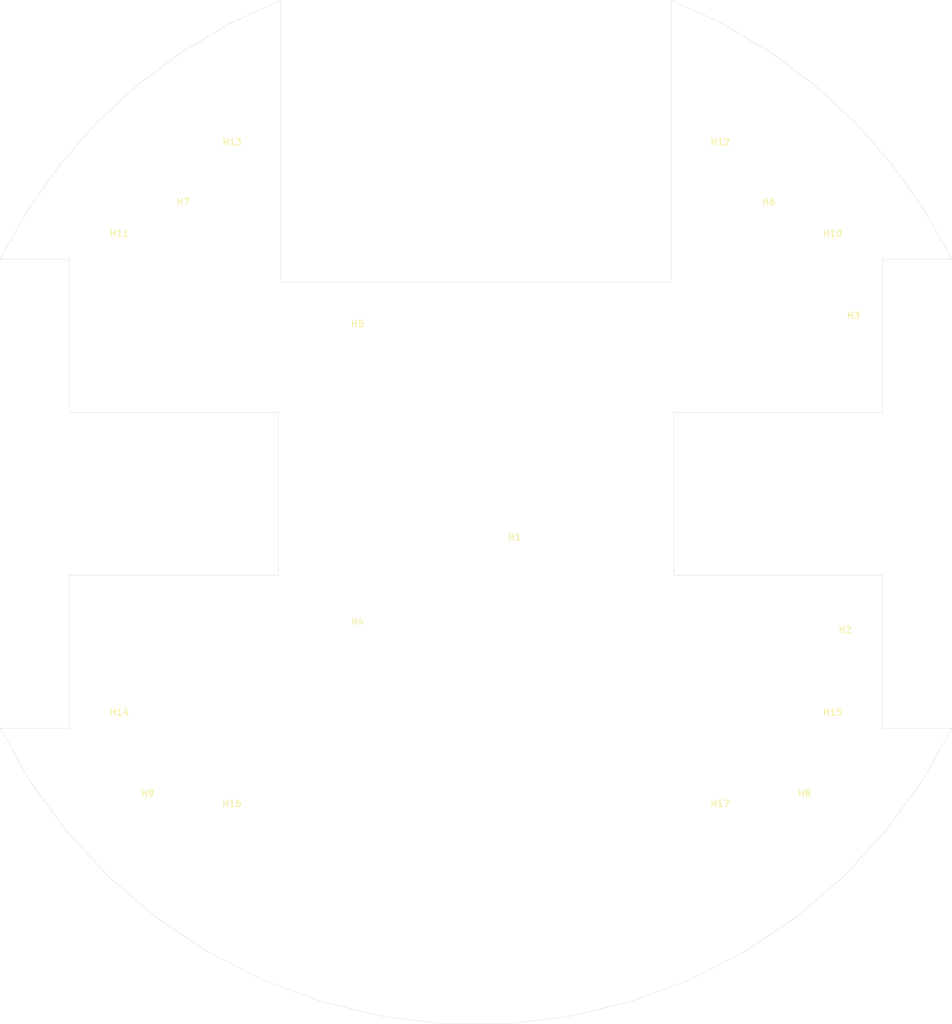
<source format=kicad_pcb>
(kicad_pcb (version 20221018) (generator pcbnew)
  (title_block (title "HR2 Master Board") (date "2020-03-11") (rev "Rev. A") (company "HBRC ROS Robot (HR2) Platform"))
  (layers (0 "F.Cu" signal) (31 "B.Cu" signal) (34 "B.Paste" user) (35 "F.Paste" user) (36 "B.SilkS" user "B.Silkscreen") (37 "F.SilkS" user "F.Silkscreen") (38 "B.Mask" user) (39 "F.Mask" user) (44 "Edge.Cuts" user))
  (net 0 "")
  (footprint "MountingHole:MountingHole_2.2mm_M2" (layer "F.Cu") (at 105.9285 109.8658)
    (fp_text reference "H1" (at 0 -3.2) (layer "F.SilkS"))
    (fp_text value "MountingHole")
    (pad "" np_thru_hole circle (at 0 0) (size 2.2 2.2) (drill 2.2) (layers "*.Cu" "*.Mask"))
  )
  (footprint "MountingHole:MountingHole_3.2mm_M3" (layer "F.Cu") (at 156.7285 125.1058)
    (fp_text reference "H2" (at 0 -4.2) (layer "F.SilkS"))
    (fp_text value "MountingHole")
    (pad "" np_thru_hole circle (at 0 0) (size 3.2 3.2) (drill 3.2) (layers "*.Cu" "*.Mask"))
  )
  (footprint "MountingHole:MountingHole_3.2mm_M3" (layer "F.Cu") (at 157.9985 76.8458)
    (fp_text reference "H3" (at 0 -4.2) (layer "F.SilkS"))
    (fp_text value "MountingHole")
    (pad "" np_thru_hole circle (at 0 0) (size 3.2 3.2) (drill 3.2) (layers "*.Cu" "*.Mask"))
  )
  (footprint "MountingHole:MountingHole_3.2mm_M3" (layer "F.Cu") (at 81.7985 123.8358)
    (fp_text reference "H4" (at 0 -4.2) (layer "F.SilkS"))
    (fp_text value "MountingHole")
    (pad "" np_thru_hole circle (at 0 0) (size 3.2 3.2) (drill 3.2) (layers "*.Cu" "*.Mask"))
  )
  (footprint "MountingHole:MountingHole_3.2mm_M3" (layer "F.Cu") (at 81.7985 78.1158)
    (fp_text reference "H5" (at 0 -4.2) (layer "F.SilkS"))
    (fp_text value "MountingHole")
    (pad "" np_thru_hole circle (at 0 0) (size 3.2 3.2) (drill 3.2) (layers "*.Cu" "*.Mask"))
  )
  (footprint "MountingHole:MountingHole_2.2mm_M2" (layer "F.Cu") (at 145 58.400198)
    (fp_text reference "H6" (at 0 -3.2) (layer "F.SilkS"))
    (fp_text value "MountingHole")
    (pad "" np_thru_hole circle (at 0 0) (size 2.2 2.2) (drill 2.2) (layers "*.Cu" "*.Mask"))
  )
  (footprint "MountingHole:MountingHole_2.2mm_M2" (layer "F.Cu") (at 55 58.400198)
    (fp_text reference "H7" (at 0 -3.2) (layer "F.SilkS"))
    (fp_text value "MountingHole")
    (pad "" np_thru_hole circle (at 0 0) (size 2.2 2.2) (drill 2.2) (layers "*.Cu" "*.Mask"))
  )
  (footprint "MountingHole:MountingHole_2.2mm_M2" (layer "F.Cu") (at 150.480565 149.239182)
    (fp_text reference "H8" (at 0 -3.2) (layer "F.SilkS"))
    (fp_text value "MountingHole")
    (pad "" np_thru_hole circle (at 0 0) (size 2.2 2.2) (drill 2.2) (layers "*.Cu" "*.Mask"))
  )
  (footprint "MountingHole:MountingHole_2.2mm_M2" (layer "F.Cu") (at 49.519435 149.239182)
    (fp_text reference "H9" (at 0 -3.2) (layer "F.SilkS"))
    (fp_text value "MountingHole")
    (pad "" np_thru_hole circle (at 0 0) (size 2.2 2.2) (drill 2.2) (layers "*.Cu" "*.Mask"))
  )
  (footprint "MountingHole:MountingHole_2.2mm_M2" (layer "F.Cu") (at 154.803954 63.258201)
    (fp_text reference "H10" (at 0 -3.2) (layer "F.SilkS"))
    (fp_text value "MountingHole")
    (pad "" np_thru_hole circle (at 0 0) (size 2.2 2.2) (drill 2.2) (layers "*.Cu" "*.Mask"))
  )
  (footprint "MountingHole:MountingHole_2.2mm_M2" (layer "F.Cu") (at 45.196046 63.258201)
    (fp_text reference "H11" (at 0 -3.2) (layer "F.SilkS"))
    (fp_text value "MountingHole")
    (pad "" np_thru_hole circle (at 0 0) (size 2.2 2.2) (drill 2.2) (layers "*.Cu" "*.Mask"))
  )
  (footprint "MountingHole:MountingHole_2.2mm_M2" (layer "F.Cu") (at 137.50888 49.225)
    (fp_text reference "H12" (at 0 -3.2) (layer "F.SilkS"))
    (fp_text value "MountingHole")
    (pad "" np_thru_hole circle (at 0 0) (size 2.2 2.2) (drill 2.2) (layers "*.Cu" "*.Mask"))
  )
  (footprint "MountingHole:MountingHole_2.2mm_M2" (layer "F.Cu") (at 62.50888 49.225)
    (fp_text reference "H13" (at 0 -3.2) (layer "F.SilkS"))
    (fp_text value "MountingHole")
    (pad "" np_thru_hole circle (at 0 0) (size 2.2 2.2) (drill 2.2) (layers "*.Cu" "*.Mask"))
  )
  (footprint "MountingHole:MountingHole_2.2mm_M2" (layer "F.Cu") (at 45.196046 136.741799)
    (fp_text reference "H14" (at 0 -3.2) (layer "F.SilkS"))
    (fp_text value "MountingHole")
    (pad "" np_thru_hole circle (at 0 0) (size 2.2 2.2) (drill 2.2) (layers "*.Cu" "*.Mask"))
  )
  (footprint "MountingHole:MountingHole_2.2mm_M2" (layer "F.Cu") (at 154.803954 136.741799)
    (fp_text reference "H15" (at 0 -3.2) (layer "F.SilkS"))
    (fp_text value "MountingHole")
    (pad "" np_thru_hole circle (at 0 0) (size 2.2 2.2) (drill 2.2) (layers "*.Cu" "*.Mask"))
  )
  (footprint "MountingHole:MountingHole_2.2mm_M2" (layer "F.Cu") (at 62.49112 150.775)
    (fp_text reference "H16" (at 0 -3.2) (layer "F.SilkS"))
    (fp_text value "MountingHole")
    (pad "" np_thru_hole circle (at 0 0) (size 2.2 2.2) (drill 2.2) (layers "*.Cu" "*.Mask"))
  )
  (footprint "MountingHole:MountingHole_2.2mm_M2" (layer "F.Cu") (at 137.49112 150.775)
    (fp_text reference "H17" (at 0 -3.2) (layer "F.SilkS"))
    (fp_text value "MountingHole")
    (pad "" np_thru_hole circle (at 0 0) (size 2.2 2.2) (drill 2.2) (layers "*.Cu" "*.Mask"))
  )
  (gr_line (start 67.50159 174.740239) (end 76.463093 178.027329) (stroke (width 0.05)) (layer "Edge.Cuts"))
  (gr_line (start 152.036574 37.274845) (end 145.163137 32.15797) (stroke (width 0.05)) (layer "Edge.Cuts"))
  (gr_line (start 54.836863 32.15797) (end 47.963426 37.274845) (stroke (width 0.05)) (layer "Edge.Cuts"))
  (gr_line (start 37.55984 64) (end 37.55984 87.500291) (stroke (width 0.05)) (layer "Edge.Cuts"))
  (gr_line (start 132.49841 174.740239) (end 141.014124 170.427918) (stroke (width 0.05)) (layer "Edge.Cuts"))
  (gr_line (start 173.118055 136) (end 162.440033 136) (stroke (width 0.05)) (layer "Edge.Cuts"))
  (gr_line (start 162.440033 112.50009) (end 130.369941 112.50009) (stroke (width 0.05)) (layer "Edge.Cuts"))
  (gr_line (start 51.032763 165.149518) (end 58.985876 170.427918) (stroke (width 0.05)) (layer "Edge.Cuts"))
  (gr_line (start 114.252541 180.244097) (end 123.536907 178.027329) (stroke (width 0.05)) (layer "Edge.Cuts"))
  (gr_line (start 163.988114 49.524548) (end 158.334774 43.085115) (stroke (width 0.05)) (layer "Edge.Cuts"))
  (gr_line (start 58.985876 170.427918) (end 67.50159 174.740239) (stroke (width 0.05)) (layer "Edge.Cuts"))
  (gr_line (start 41.665226 43.085115) (end 36.011886 49.524548) (stroke (width 0.05)) (layer "Edge.Cuts"))
  (gr_line (start 130.369941 87.500291) (end 162.440033 87.500291) (stroke (width 0.05)) (layer "Edge.Cuts"))
  (gr_line (start 36.011886 49.524548) (end 31.0659 56.521961) (stroke (width 0.05)) (layer "Edge.Cuts"))
  (gr_line (start 31.592545 144.302033) (end 37.241509 151.996363) (stroke (width 0.05)) (layer "Edge.Cuts"))
  (gr_line (start 31.0659 56.521961) (end 26.881945 64) (stroke (width 0.05)) (layer "Edge.Cuts"))
  (gr_line (start 26.881945 136) (end 31.592545 144.302033) (stroke (width 0.05)) (layer "Edge.Cuts"))
  (gr_line (start 70 24.222365) (end 62.209555 27.791051) (stroke (width 0.05)) (layer "Edge.Cuts"))
  (gr_line (start 70 67.5) (end 70 24.222365) (stroke (width 0.05)) (layer "Edge.Cuts"))
  (gr_line (start 37.241509 151.996363) (end 43.751347 158.977445) (stroke (width 0.05)) (layer "Edge.Cuts"))
  (gr_line (start 69.629932 112.50009) (end 37.55984 112.50009) (stroke (width 0.05)) (layer "Edge.Cuts"))
  (gr_line (start 95.22733 181.360135) (end 104.77267 181.360135) (stroke (width 0.05)) (layer "Edge.Cuts"))
  (gr_line (start 69.629932 87.500291) (end 69.629932 112.50009) (stroke (width 0.05)) (layer "Edge.Cuts"))
  (gr_line (start 130.369941 112.50009) (end 130.369941 87.500291) (stroke (width 0.05)) (layer "Edge.Cuts"))
  (gr_line (start 37.55984 136) (end 26.881945 136) (stroke (width 0.05)) (layer "Edge.Cuts"))
  (gr_line (start 162.440033 87.500291) (end 162.440033 64) (stroke (width 0.05)) (layer "Edge.Cuts"))
  (gr_line (start 26.881945 64) (end 37.55984 64) (stroke (width 0.05)) (layer "Edge.Cuts"))
  (gr_line (start 158.334774 43.085115) (end 152.036574 37.274845) (stroke (width 0.05)) (layer "Edge.Cuts"))
  (gr_line (start 162.440033 64) (end 173.118055 64) (stroke (width 0.05)) (layer "Edge.Cuts"))
  (gr_line (start 168.407455 144.302033) (end 173.118055 136) (stroke (width 0.05)) (layer "Edge.Cuts"))
  (gr_line (start 37.55984 112.50009) (end 37.55984 136) (stroke (width 0.05)) (layer "Edge.Cuts"))
  (gr_line (start 145.163137 32.15797) (end 137.790445 27.791051) (stroke (width 0.05)) (layer "Edge.Cuts"))
  (gr_line (start 76.463093 178.027329) (end 85.747459 180.244097) (stroke (width 0.05)) (layer "Edge.Cuts"))
  (gr_line (start 104.77267 181.360135) (end 114.252541 180.244097) (stroke (width 0.05)) (layer "Edge.Cuts"))
  (gr_line (start 156.248653 158.977445) (end 162.758491 151.996363) (stroke (width 0.05)) (layer "Edge.Cuts"))
  (gr_line (start 130 67.5) (end 70 67.5) (stroke (width 0.05)) (layer "Edge.Cuts"))
  (gr_line (start 162.758491 151.996363) (end 168.407455 144.302033) (stroke (width 0.05)) (layer "Edge.Cuts"))
  (gr_line (start 173.118055 64) (end 168.9341 56.521961) (stroke (width 0.05)) (layer "Edge.Cuts"))
  (gr_line (start 162.440033 136) (end 162.440033 112.50009) (stroke (width 0.05)) (layer "Edge.Cuts"))
  (gr_line (start 137.790445 27.791051) (end 130 24.222365) (stroke (width 0.05)) (layer "Edge.Cuts"))
  (gr_line (start 47.963426 37.274845) (end 41.665226 43.085115) (stroke (width 0.05)) (layer "Edge.Cuts"))
  (gr_line (start 37.55984 87.500291) (end 69.629932 87.500291) (stroke (width 0.05)) (layer "Edge.Cuts"))
  (gr_line (start 62.209555 27.791051) (end 54.836863 32.15797) (stroke (width 0.05)) (layer "Edge.Cuts"))
  (gr_line (start 85.747459 180.244097) (end 95.22733 181.360135) (stroke (width 0.05)) (layer "Edge.Cuts"))
  (gr_line (start 141.014124 170.427918) (end 148.967237 165.149518) (stroke (width 0.05)) (layer "Edge.Cuts"))
  (gr_line (start 168.9341 56.521961) (end 163.988114 49.524548) (stroke (width 0.05)) (layer "Edge.Cuts"))
  (gr_line (start 43.751347 158.977445) (end 51.032763 165.149518) (stroke (width 0.05)) (layer "Edge.Cuts"))
  (gr_line (start 123.536907 178.027329) (end 132.49841 174.740239) (stroke (width 0.05)) (layer "Edge.Cuts"))
  (gr_line (start 130 24.222365) (end 130 67.5) (stroke (width 0.05)) (layer "Edge.Cuts"))
  (gr_line (start 148.967237 165.149518) (end 156.248653 158.977445) (stroke (width 0.05)) (layer "Edge.Cuts"))
)
</source>
